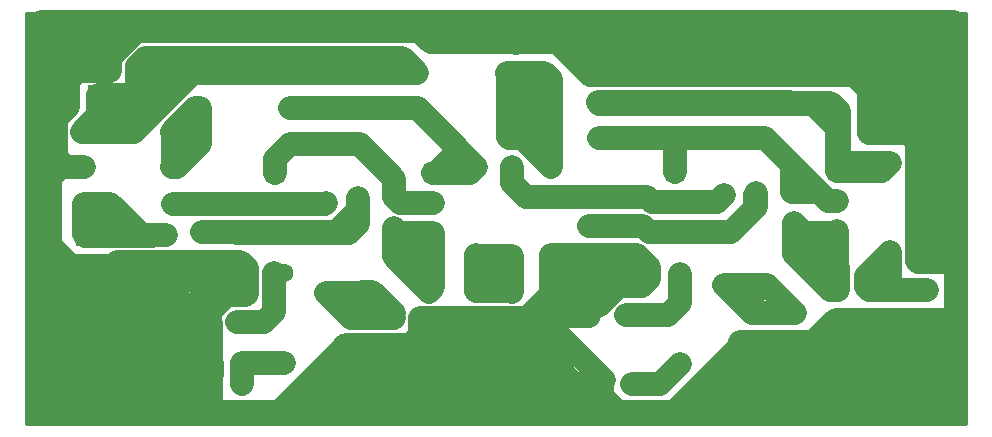
<source format=gbr>
%TF.GenerationSoftware,KiCad,Pcbnew,5.1.12*%
%TF.CreationDate,2021-12-29T22:32:17+01:00*%
%TF.ProjectId,Amplifier,416d706c-6966-4696-9572-2e6b69636164,rev?*%
%TF.SameCoordinates,Original*%
%TF.FileFunction,Copper,L2,Bot*%
%TF.FilePolarity,Positive*%
%FSLAX46Y46*%
G04 Gerber Fmt 4.6, Leading zero omitted, Abs format (unit mm)*
G04 Created by KiCad (PCBNEW 5.1.12) date 2021-12-29 22:32:17*
%MOMM*%
%LPD*%
G01*
G04 APERTURE LIST*
%TA.AperFunction,NonConductor*%
%ADD10C,0.300000*%
%TD*%
%TA.AperFunction,ComponentPad*%
%ADD11C,1.440000*%
%TD*%
%TA.AperFunction,ComponentPad*%
%ADD12C,1.500000*%
%TD*%
%TA.AperFunction,ComponentPad*%
%ADD13R,1.500000X1.500000*%
%TD*%
%TA.AperFunction,ComponentPad*%
%ADD14O,1.600000X1.600000*%
%TD*%
%TA.AperFunction,ComponentPad*%
%ADD15C,1.600000*%
%TD*%
%TA.AperFunction,ComponentPad*%
%ADD16R,1.700000X1.700000*%
%TD*%
%TA.AperFunction,ComponentPad*%
%ADD17O,1.700000X1.700000*%
%TD*%
%TA.AperFunction,Conductor*%
%ADD18C,2.000000*%
%TD*%
%TA.AperFunction,Conductor*%
%ADD19C,0.254000*%
%TD*%
%TA.AperFunction,Conductor*%
%ADD20C,0.400000*%
%TD*%
G04 APERTURE END LIST*
D10*
X101917428Y-47859142D02*
X100774571Y-47859142D01*
X101346000Y-48430571D02*
X101346000Y-47287714D01*
X105727428Y-48113142D02*
X104584571Y-48113142D01*
X105156000Y-48684571D02*
X105156000Y-47541714D01*
D11*
%TO.P,R7,3*%
%TO.N,Net-(R6-Pad2)*%
X117080000Y-75000000D03*
%TO.P,R7,2*%
%TO.N,GND*%
X114540000Y-75000000D03*
%TO.P,R7,1*%
X112000000Y-75000000D03*
%TD*%
D12*
%TO.P,Q3,2*%
%TO.N,Net-(C9-Pad1)*%
X153746200Y-59579000D03*
%TO.P,Q3,3*%
%TO.N,Net-(C10-Pad1)*%
X153746200Y-62119000D03*
D13*
%TO.P,Q3,1*%
%TO.N,Net-(C11-Pad2)*%
X153746200Y-57039000D03*
%TD*%
D12*
%TO.P,Q2,2*%
%TO.N,Net-(C5-Pad2)*%
X133261100Y-59642500D03*
%TO.P,Q2,3*%
%TO.N,Net-(C6-Pad1)*%
X133261100Y-62182500D03*
D13*
%TO.P,Q2,1*%
%TO.N,Net-(C5-Pad1)*%
X133261100Y-57102500D03*
%TD*%
D14*
%TO.P,R16,2*%
%TO.N,Net-(C10-Pad1)*%
X160591500Y-58817000D03*
D15*
%TO.P,R16,1*%
%TO.N,Net-(C11-Pad1)*%
X160591500Y-51197000D03*
%TD*%
%TO.P,R15,1*%
%TO.N,Net-(R15-Pad1)*%
X157861000Y-66627500D03*
D14*
%TO.P,R15,2*%
%TO.N,Net-(C9-Pad1)*%
X157861000Y-59007500D03*
%TD*%
D13*
%TO.P,Q1,1*%
%TO.N,Net-(C5-Pad2)*%
X119888000Y-57115200D03*
D12*
%TO.P,Q1,3*%
%TO.N,Net-(C4-Pad1)*%
X119888000Y-62195200D03*
%TO.P,Q1,2*%
%TO.N,Net-(C3-Pad1)*%
X119888000Y-59655200D03*
%TD*%
D15*
%TO.P,R5,1*%
%TO.N,Net-(C5-Pad1)*%
X126847600Y-51628800D03*
D14*
%TO.P,R5,2*%
%TO.N,Net-(C4-Pad1)*%
X126847600Y-59248800D03*
%TD*%
%TO.P,C5,2*%
%TO.N,Net-(C5-Pad2)*%
X129946400Y-59128800D03*
D15*
%TO.P,C5,1*%
%TO.N,Net-(C5-Pad1)*%
X129946400Y-51628800D03*
%TD*%
%TO.P,R3,1*%
%TO.N,Net-(C4-Pad1)*%
X113639600Y-62144400D03*
D14*
%TO.P,R3,2*%
%TO.N,GND*%
X113639600Y-69764400D03*
%TD*%
D15*
%TO.P,R8,1*%
%TO.N,Net-(J3-Pad1)*%
X103479600Y-53610000D03*
D14*
%TO.P,R8,2*%
%TO.N,Net-(C1-Pad1)*%
X111099600Y-53610000D03*
%TD*%
%TO.P,R6,2*%
%TO.N,Net-(R6-Pad2)*%
X120650000Y-73168000D03*
D15*
%TO.P,R6,1*%
%TO.N,Net-(C4-Pad2)*%
X120650000Y-65548000D03*
%TD*%
D14*
%TO.P,R17,2*%
%TO.N,Net-(R17-Pad2)*%
X154178000Y-73295000D03*
D15*
%TO.P,R17,1*%
%TO.N,Net-(C10-Pad2)*%
X154178000Y-65675000D03*
%TD*%
%TO.P,C7,1*%
%TO.N,Net-(C7-Pad1)*%
X136906000Y-64074800D03*
D14*
%TO.P,C7,2*%
%TO.N,Net-(C5-Pad1)*%
X136906000Y-56574800D03*
%TD*%
%TO.P,C3,2*%
%TO.N,Net-(C2-Pad1)*%
X103701200Y-59756800D03*
D15*
%TO.P,C3,1*%
%TO.N,Net-(C3-Pad1)*%
X111201200Y-59756800D03*
%TD*%
%TO.P,C1,1*%
%TO.N,Net-(C1-Pad1)*%
X111150400Y-56607200D03*
D14*
%TO.P,C1,2*%
%TO.N,GND*%
X103650400Y-56607200D03*
%TD*%
D15*
%TO.P,C4,1*%
%TO.N,Net-(C4-Pad1)*%
X116636800Y-62195200D03*
D14*
%TO.P,C4,2*%
%TO.N,Net-(C4-Pad2)*%
X116636800Y-69695200D03*
%TD*%
%TO.P,C6,2*%
%TO.N,GND*%
X132892800Y-74673600D03*
D15*
%TO.P,C6,1*%
%TO.N,Net-(C6-Pad1)*%
X132892800Y-67173600D03*
%TD*%
%TO.P,C2,1*%
%TO.N,Net-(C2-Pad1)*%
X110642400Y-62398400D03*
D14*
%TO.P,C2,2*%
%TO.N,GND*%
X110642400Y-69898400D03*
%TD*%
%TO.P,R9,2*%
%TO.N,Net-(C5-Pad1)*%
X121107200Y-51628800D03*
D15*
%TO.P,R9,1*%
%TO.N,Net-(C1-Pad1)*%
X113487200Y-51628800D03*
%TD*%
D14*
%TO.P,R2,2*%
%TO.N,Net-(C5-Pad2)*%
X121107200Y-54676800D03*
D15*
%TO.P,R2,1*%
%TO.N,Net-(C1-Pad1)*%
X113487200Y-54676800D03*
%TD*%
%TO.P,R10,1*%
%TO.N,Net-(C6-Pad1)*%
X129895600Y-61738000D03*
D14*
%TO.P,R10,2*%
%TO.N,Net-(R10-Pad2)*%
X129895600Y-69358000D03*
%TD*%
D15*
%TO.P,R4,1*%
%TO.N,Net-(R10-Pad2)*%
X124206000Y-67275200D03*
D14*
%TO.P,R4,2*%
%TO.N,Net-(C3-Pad1)*%
X124206000Y-59655200D03*
%TD*%
%TO.P,R12,2*%
%TO.N,GND*%
X136906000Y-74692000D03*
D15*
%TO.P,R12,1*%
%TO.N,Net-(C7-Pad1)*%
X136906000Y-67072000D03*
%TD*%
%TO.P,R1,1*%
%TO.N,Net-(C2-Pad1)*%
X107543600Y-62347600D03*
D14*
%TO.P,R1,2*%
%TO.N,GND*%
X107543600Y-69967600D03*
%TD*%
%TO.P,R11,2*%
%TO.N,GND*%
X127203200Y-74793600D03*
D15*
%TO.P,R11,1*%
%TO.N,Net-(R10-Pad2)*%
X127203200Y-67173600D03*
%TD*%
D14*
%TO.P,C13,2*%
%TO.N,Net-(C11-Pad1)*%
X171958000Y-56277000D03*
D15*
%TO.P,C13,1*%
%TO.N,Net-(C13-Pad1)*%
X171958000Y-63777000D03*
%TD*%
%TO.P,C9,1*%
%TO.N,Net-(C9-Pad1)*%
X139903200Y-56625600D03*
D14*
%TO.P,C9,2*%
%TO.N,Net-(C7-Pad1)*%
X139903200Y-64125600D03*
%TD*%
D15*
%TO.P,C10,1*%
%TO.N,Net-(C10-Pad1)*%
X149606000Y-61667500D03*
D14*
%TO.P,C10,2*%
%TO.N,Net-(C10-Pad2)*%
X149606000Y-69167500D03*
%TD*%
D15*
%TO.P,C12,1*%
%TO.N,Net-(C12-Pad1)*%
X166878000Y-66802000D03*
D14*
%TO.P,C12,2*%
%TO.N,GND*%
X166878000Y-74302000D03*
%TD*%
D15*
%TO.P,C14,1*%
%TO.N,Net-(C14-Pad1)*%
X143205200Y-56574800D03*
D14*
%TO.P,C14,2*%
%TO.N,GND*%
X143205200Y-64074800D03*
%TD*%
%TO.P,C8,2*%
%TO.N,GND*%
X139954000Y-74673600D03*
D15*
%TO.P,C8,1*%
%TO.N,Net-(C7-Pad1)*%
X139954000Y-67173600D03*
%TD*%
%TO.P,R19,1*%
%TO.N,Net-(J3-Pad1)*%
X131876800Y-48631600D03*
D14*
%TO.P,R19,2*%
%TO.N,Net-(C14-Pad1)*%
X139496800Y-48631600D03*
%TD*%
D15*
%TO.P,R20,1*%
%TO.N,Net-(C14-Pad1)*%
X139547600Y-51120800D03*
D14*
%TO.P,R20,2*%
%TO.N,Net-(C11-Pad1)*%
X147167600Y-51120800D03*
%TD*%
%TO.P,R13,2*%
%TO.N,Net-(C11-Pad2)*%
X147269200Y-54168800D03*
D15*
%TO.P,R13,1*%
%TO.N,Net-(C14-Pad1)*%
X139649200Y-54168800D03*
%TD*%
%TO.P,R14,1*%
%TO.N,Net-(C10-Pad1)*%
X146431000Y-61611000D03*
D14*
%TO.P,R14,2*%
%TO.N,GND*%
X146431000Y-69231000D03*
%TD*%
D16*
%TO.P,J1,1*%
%TO.N,Net-(C2-Pad1)*%
X103886000Y-62449200D03*
D17*
%TO.P,J1,2*%
%TO.N,GND*%
X103886000Y-64989200D03*
%TD*%
%TO.P,J3,2*%
%TO.N,GND*%
X102362000Y-50546000D03*
D16*
%TO.P,J3,1*%
%TO.N,Net-(J3-Pad1)*%
X104902000Y-50546000D03*
%TD*%
D15*
%TO.P,C11,1*%
%TO.N,Net-(C11-Pad1)*%
X163639500Y-51260500D03*
D14*
%TO.P,C11,2*%
%TO.N,Net-(C11-Pad2)*%
X163639500Y-58760500D03*
%TD*%
D12*
%TO.P,Q4,2*%
%TO.N,Net-(C11-Pad2)*%
X167449500Y-59502800D03*
%TO.P,Q4,3*%
%TO.N,Net-(C12-Pad1)*%
X167449500Y-62042800D03*
D13*
%TO.P,Q4,1*%
%TO.N,Net-(C11-Pad1)*%
X167449500Y-56962800D03*
%TD*%
D15*
%TO.P,R22,1*%
%TO.N,Net-(R15-Pad1)*%
X160845500Y-67008500D03*
D14*
%TO.P,R22,2*%
%TO.N,GND*%
X160845500Y-74628500D03*
%TD*%
D15*
%TO.P,R23,1*%
%TO.N,Net-(C13-Pad1)*%
X169926000Y-66802000D03*
D14*
%TO.P,R23,2*%
%TO.N,GND*%
X169926000Y-74422000D03*
%TD*%
D16*
%TO.P,J2,1*%
%TO.N,GND*%
X175006000Y-64516000D03*
D17*
%TO.P,J2,2*%
%TO.N,Net-(C13-Pad1)*%
X175006000Y-67056000D03*
%TD*%
D15*
%TO.P,R21,1*%
%TO.N,Net-(C12-Pad1)*%
X163830000Y-61357000D03*
D14*
%TO.P,R21,2*%
%TO.N,Net-(R15-Pad1)*%
X163830000Y-68977000D03*
%TD*%
D11*
%TO.P,R18,1*%
%TO.N,GND*%
X145000000Y-75000000D03*
%TO.P,R18,2*%
X147540000Y-75000000D03*
%TO.P,R18,3*%
%TO.N,Net-(R17-Pad2)*%
X150080000Y-75000000D03*
%TD*%
D18*
%TO.N,Net-(C1-Pad1)*%
X111201200Y-56556400D02*
X111150400Y-56607200D01*
X111556800Y-56607200D02*
X113487200Y-54676800D01*
X111150400Y-56607200D02*
X111556800Y-56607200D01*
X113487200Y-51628800D02*
X113487200Y-54676800D01*
X112420400Y-53610000D02*
X113487200Y-54676800D01*
X113080800Y-51628800D02*
X111099600Y-53610000D01*
X111099600Y-53610000D02*
X112420400Y-53610000D01*
X113487200Y-51628800D02*
X113080800Y-51628800D01*
X111201200Y-53610000D02*
X111201200Y-56556400D01*
%TO.N,Net-(C4-Pad2)*%
X118941200Y-69695200D02*
X119735600Y-68900800D01*
X119735600Y-68900800D02*
X119735600Y-65598800D01*
X116636800Y-69695200D02*
X118941200Y-69695200D01*
%TO.N,Net-(C5-Pad1)*%
X121107200Y-51628800D02*
X124307600Y-51628800D01*
X124307600Y-51628800D02*
X126847600Y-51628800D01*
X136378300Y-57102500D02*
X136906000Y-56574800D01*
X131686300Y-51628800D02*
X126847600Y-51628800D01*
X133261100Y-57102500D02*
X134962900Y-57102500D01*
X134962900Y-57102500D02*
X136378300Y-57102500D01*
X131960000Y-51628800D02*
X131686300Y-51628800D01*
X133261100Y-57102500D02*
X133502400Y-57102500D01*
X133502400Y-57102500D02*
X135468050Y-55136850D01*
X136906000Y-56574800D02*
X135468050Y-55136850D01*
X135468050Y-55136850D02*
X131960000Y-51628800D01*
%TO.N,Net-(C6-Pad1)*%
X132892800Y-64735200D02*
X132892800Y-65090800D01*
X129895600Y-61738000D02*
X132892800Y-64735200D01*
X132892800Y-67173600D02*
X132892800Y-65090800D01*
X132892800Y-65090800D02*
X132892800Y-62246000D01*
X129895600Y-61738000D02*
X129895600Y-64176400D01*
X129895600Y-64176400D02*
X130848100Y-65128900D01*
X132892800Y-67173600D02*
X130848100Y-65128900D01*
X130340100Y-62182500D02*
X129895600Y-61738000D01*
X133261100Y-62182500D02*
X130340100Y-62182500D01*
X133261100Y-66805300D02*
X132892800Y-67173600D01*
X133261100Y-62182500D02*
X133261100Y-66805300D01*
%TO.N,Net-(C2-Pad1)*%
X106781600Y-61585600D02*
X107543600Y-62347600D01*
X107632716Y-62347600D02*
X107683516Y-62398400D01*
X107543600Y-62347600D02*
X107632716Y-62347600D01*
X109511030Y-62398400D02*
X110642400Y-62398400D01*
X107683516Y-62398400D02*
X109511030Y-62398400D01*
X104178316Y-62449200D02*
X105079915Y-61547601D01*
X104178316Y-62449200D02*
X103886000Y-62449200D01*
X106743601Y-61547601D02*
X107543600Y-62347600D01*
X105079915Y-61547601D02*
X106743601Y-61547601D01*
X109460230Y-62449200D02*
X109511030Y-62398400D01*
X103886000Y-62449200D02*
X109460230Y-62449200D01*
X103784400Y-62347600D02*
X103701200Y-62264400D01*
X107543600Y-62347600D02*
X103784400Y-62347600D01*
X103886000Y-62449200D02*
X103809800Y-62449200D01*
X103809800Y-62449200D02*
X103860600Y-62398400D01*
X107594400Y-62398400D02*
X106781600Y-61585600D01*
X110642400Y-62398400D02*
X107594400Y-62398400D01*
X103860600Y-62398400D02*
X104419400Y-62398400D01*
X104419400Y-62398400D02*
X110642400Y-62398400D01*
X103701200Y-62264400D02*
X103886000Y-62449200D01*
X103701200Y-59756800D02*
X103701200Y-62264400D01*
X106292000Y-62347600D02*
X103701200Y-59756800D01*
X107543600Y-62347600D02*
X106292000Y-62347600D01*
X110642400Y-62398400D02*
X108559600Y-62398400D01*
X105918000Y-59756800D02*
X103701200Y-59756800D01*
X108559600Y-62398400D02*
X105918000Y-59756800D01*
%TO.N,Net-(C14-Pad1)*%
X139547600Y-54067200D02*
X139649200Y-54168800D01*
X139547600Y-51120800D02*
X139547600Y-54067200D01*
X139547600Y-48682400D02*
X139496800Y-48631600D01*
X139547600Y-51120800D02*
X139547600Y-48682400D01*
X140843000Y-52416200D02*
X139547600Y-51120800D01*
X143205200Y-52416200D02*
X140843000Y-52416200D01*
X143205200Y-56574800D02*
X143205200Y-52416200D01*
X143205200Y-49177700D02*
X143205200Y-52416200D01*
X142659100Y-48631600D02*
X143205200Y-49177700D01*
X141439900Y-54809500D02*
X141494200Y-54863800D01*
X139496800Y-48631600D02*
X141439900Y-48631600D01*
X143205200Y-56574800D02*
X141494200Y-54863800D01*
X141494200Y-54863800D02*
X140799200Y-54168800D01*
X141439900Y-48631600D02*
X141439900Y-54809500D01*
X141439900Y-48631600D02*
X142659100Y-48631600D01*
X140799200Y-54168800D02*
X139649200Y-54168800D01*
X143205200Y-56574800D02*
X140799200Y-54168800D01*
%TO.N,Net-(C7-Pad1)*%
X136956800Y-64125600D02*
X136906000Y-64074800D01*
X139903200Y-64125600D02*
X136956800Y-64125600D01*
X139852400Y-67072000D02*
X139954000Y-67173600D01*
X136906000Y-67072000D02*
X139852400Y-67072000D01*
X139903200Y-67122800D02*
X139954000Y-67173600D01*
X139903200Y-64125600D02*
X139903200Y-67122800D01*
X137363200Y-64582800D02*
X136906000Y-64582800D01*
X136906000Y-67072000D02*
X136906000Y-64582800D01*
X139954000Y-67173600D02*
X137363200Y-64582800D01*
X136906000Y-64582800D02*
X136906000Y-64074800D01*
%TO.N,Net-(C9-Pad1)*%
X157289500Y-59579000D02*
X157861000Y-59007500D01*
X153746200Y-59579000D02*
X157289500Y-59579000D01*
X153746200Y-59579000D02*
X151777700Y-59579000D01*
X151777700Y-59579000D02*
X151384000Y-59185300D01*
X139903200Y-56625600D02*
X139903200Y-57953400D01*
X139903200Y-57953400D02*
X141135100Y-59185300D01*
X151384000Y-59185300D02*
X141135100Y-59185300D01*
%TO.N,Net-(C10-Pad1)*%
X160528000Y-60075370D02*
X159055870Y-61547500D01*
X160528000Y-58944000D02*
X160528000Y-60075370D01*
X158484370Y-62119000D02*
X159055870Y-61547500D01*
X153746200Y-62119000D02*
X158484370Y-62119000D01*
X146431000Y-61611000D02*
X150977600Y-61611000D01*
X151485600Y-62119000D02*
X150977600Y-61611000D01*
X153746200Y-62119000D02*
X151485600Y-62119000D01*
X160591500Y-60011870D02*
X158484370Y-62119000D01*
X160591500Y-58817000D02*
X160591500Y-60011870D01*
%TO.N,Net-(C10-Pad2)*%
X154178000Y-65675000D02*
X154178000Y-66806370D01*
X149606000Y-69167500D02*
X153098500Y-69167500D01*
X154178000Y-68088000D02*
X154178000Y-66806370D01*
X153098500Y-69167500D02*
X154178000Y-68088000D01*
%TO.N,Net-(C11-Pad1)*%
X147167600Y-51120800D02*
X160324800Y-51120800D01*
X163499800Y-51120800D02*
X163639500Y-51260500D01*
X167640000Y-56277000D02*
X167576500Y-56213500D01*
X171958000Y-56277000D02*
X167640000Y-56277000D01*
X147167600Y-51120800D02*
X162547300Y-51120800D01*
X162547300Y-51120800D02*
X163499800Y-51120800D01*
X167576500Y-51832000D02*
X167576500Y-54816500D01*
X167005000Y-51260500D02*
X167576500Y-51832000D01*
X163639500Y-51260500D02*
X167005000Y-51260500D01*
X167576500Y-56213500D02*
X167576500Y-54816500D01*
X167576500Y-54816500D02*
X167576500Y-51959000D01*
X147307300Y-51260500D02*
X147167600Y-51120800D01*
X163639500Y-51260500D02*
X147307300Y-51260500D01*
X166814500Y-51197000D02*
X167576500Y-51959000D01*
X171272200Y-56962800D02*
X171958000Y-56277000D01*
X167449500Y-56962800D02*
X171272200Y-56962800D01*
X167449500Y-56962800D02*
X167449500Y-53292500D01*
X167449500Y-53292500D02*
X165354000Y-51197000D01*
X160591500Y-51197000D02*
X165354000Y-51197000D01*
X165354000Y-51197000D02*
X166814500Y-51197000D01*
%TO.N,Net-(C12-Pad1)*%
X167513000Y-67008500D02*
X167513000Y-65040000D01*
X167513000Y-65040000D02*
X165671500Y-63198500D01*
X165671500Y-63198500D02*
X163830000Y-61357000D01*
X163830000Y-61357000D02*
X163830000Y-63960500D01*
X166878000Y-67008500D02*
X167513000Y-67008500D01*
X163830000Y-63960500D02*
X166878000Y-67008500D01*
X167449500Y-66945000D02*
X167513000Y-67008500D01*
X167449500Y-62042800D02*
X167449500Y-66945000D01*
X166293800Y-63198500D02*
X165671500Y-63198500D01*
X167449500Y-62042800D02*
X166293800Y-63198500D01*
X167335301Y-62156999D02*
X167449500Y-62042800D01*
X164629999Y-62156999D02*
X167335301Y-62156999D01*
X163830000Y-61357000D02*
X164629999Y-62156999D01*
%TO.N,Net-(R10-Pad2)*%
X128066800Y-67173600D02*
X129895600Y-69002400D01*
X127203200Y-67173600D02*
X128066800Y-67173600D01*
X129387600Y-69358000D02*
X127203200Y-67173600D01*
X129895600Y-69358000D02*
X129387600Y-69358000D01*
X127101600Y-67275200D02*
X127203200Y-67173600D01*
X127209453Y-67410391D02*
X126233491Y-67410391D01*
X126098300Y-67275200D02*
X127101600Y-67275200D01*
X126233491Y-67410391D02*
X126098300Y-67275200D01*
X124206000Y-67275200D02*
X126098300Y-67275200D01*
X124206000Y-67275200D02*
X125425200Y-67275200D01*
X129157062Y-69358000D02*
X129895600Y-69358000D01*
X127209453Y-67410391D02*
X129157062Y-69358000D01*
X125560390Y-67410390D02*
X127209453Y-67410391D01*
X125425200Y-67275200D02*
X125560390Y-67410390D01*
X129895600Y-69358000D02*
X126288800Y-69358000D01*
X126288800Y-69358000D02*
X124206000Y-67275200D01*
%TO.N,GND*%
X132772800Y-74793600D02*
X132892800Y-74673600D01*
X127203200Y-74793600D02*
X132772800Y-74793600D01*
X127323200Y-74673600D02*
X127203200Y-74793600D01*
X139954000Y-74673600D02*
X127323200Y-74673600D01*
X142664800Y-74673600D02*
X139954000Y-74673600D01*
X143205200Y-74133200D02*
X142664800Y-74673600D01*
X127203200Y-75793600D02*
X126187200Y-76809600D01*
X113436400Y-69967600D02*
X113639600Y-69764400D01*
X111912400Y-76809600D02*
X109321600Y-74218800D01*
X109321600Y-73218800D02*
X109321600Y-70424800D01*
X109321600Y-70424800D02*
X108864400Y-69967600D01*
X108864400Y-69967600D02*
X113436400Y-69967600D01*
X107543600Y-69967600D02*
X108864400Y-69967600D01*
X114300000Y-76809600D02*
X111912400Y-76809600D01*
X103650400Y-56607200D02*
X100838000Y-56607200D01*
X132791200Y-70221600D02*
X133807200Y-70221600D01*
X134315200Y-69713600D02*
X133807200Y-70221600D01*
X143205200Y-74133200D02*
X143205200Y-74082400D01*
X171043600Y-76809600D02*
X170535600Y-76809600D01*
X171043600Y-76809600D02*
X167894000Y-76809600D01*
X167894000Y-76809600D02*
X165150800Y-76809600D01*
X162661600Y-76809600D02*
X160070800Y-76809600D01*
X165150800Y-76809600D02*
X162661600Y-76809600D01*
X100838000Y-56607200D02*
X100838000Y-57267600D01*
X101330390Y-55810010D02*
X100838000Y-56302400D01*
X100838000Y-56302400D02*
X100838000Y-56607200D01*
X100888800Y-76809600D02*
X103276400Y-76809600D01*
X100838000Y-76758800D02*
X100888800Y-76809600D01*
X103886000Y-64989200D02*
X104749600Y-64989200D01*
X113639600Y-69764400D02*
X113639600Y-69358000D01*
X113639600Y-69358000D02*
X115570000Y-67427600D01*
X115570000Y-67427600D02*
X115570000Y-66868800D01*
X115570000Y-66868800D02*
X116078000Y-66360800D01*
X116078000Y-66360800D02*
X113131600Y-66360800D01*
X113131600Y-66360800D02*
X112979200Y-66208400D01*
X104800400Y-66208400D02*
X103886000Y-65294000D01*
X103886000Y-65294000D02*
X103886000Y-64989200D01*
X113639600Y-66868800D02*
X112979200Y-66208400D01*
X113639600Y-69358000D02*
X113639600Y-66868800D01*
X113639600Y-69764400D02*
X111099600Y-67224400D01*
X112979200Y-66208400D02*
X111099600Y-66208400D01*
X111099600Y-67224400D02*
X111099600Y-66208400D01*
X110642400Y-69898400D02*
X110642400Y-68494400D01*
X111099600Y-66208400D02*
X108356400Y-66208400D01*
X110642400Y-68494400D02*
X108356400Y-66208400D01*
X110642400Y-69898400D02*
X106952400Y-66208400D01*
X108356400Y-66208400D02*
X106172000Y-66208400D01*
X106952400Y-66208400D02*
X106172000Y-66208400D01*
X106172000Y-66208400D02*
X104800400Y-66208400D01*
X107543600Y-67580000D02*
X106172000Y-66208400D01*
X107543600Y-69967600D02*
X107543600Y-67580000D01*
X107543600Y-69967600D02*
X105714800Y-69967600D01*
X103886000Y-68138800D02*
X103886000Y-65294000D01*
X106952400Y-66291600D02*
X104495600Y-68748400D01*
X106952400Y-66208400D02*
X106952400Y-66291600D01*
X105714800Y-69967600D02*
X104495600Y-68748400D01*
X104495600Y-68748400D02*
X103886000Y-68138800D01*
X107543600Y-68138800D02*
X105714800Y-69967600D01*
X107543600Y-67580000D02*
X107543600Y-68138800D01*
X101701600Y-64989200D02*
X100838000Y-64125600D01*
X100838000Y-57267600D02*
X100838000Y-64125600D01*
X103886000Y-64989200D02*
X101701600Y-64989200D01*
X101361610Y-64649210D02*
X100838000Y-64125600D01*
X101752400Y-67122800D02*
X100838000Y-67122800D01*
X103886000Y-64989200D02*
X101752400Y-67122800D01*
X100838000Y-64125600D02*
X100838000Y-67122800D01*
X104444800Y-66208400D02*
X100838000Y-69815200D01*
X104800400Y-66208400D02*
X104444800Y-66208400D01*
X100838000Y-67122800D02*
X100838000Y-69815200D01*
X104495600Y-68748400D02*
X104241600Y-68748400D01*
X100838000Y-69815200D02*
X100838000Y-72152000D01*
X104800400Y-69967600D02*
X100838000Y-73930000D01*
X100838000Y-72152000D02*
X100838000Y-73930000D01*
X105714800Y-69967600D02*
X104800400Y-69967600D01*
X100838000Y-74930000D02*
X100838000Y-76758800D01*
X100838000Y-76758800D02*
X100838000Y-75844400D01*
X100838000Y-76758800D02*
X102260400Y-76758800D01*
X107543600Y-70475600D02*
X107543600Y-69967600D01*
X105359200Y-72660000D02*
X106629200Y-71390000D01*
X102260400Y-76758800D02*
X106629200Y-72390000D01*
X103276400Y-76809600D02*
X105359200Y-76809600D01*
X106629200Y-71390000D02*
X107543600Y-70475600D01*
X107289600Y-71542400D02*
X105714800Y-69967600D01*
X107289600Y-76809600D02*
X107289600Y-72542400D01*
X105359200Y-76809600D02*
X107289600Y-76809600D01*
X109016800Y-76809600D02*
X109016800Y-72440800D01*
X107289600Y-76809600D02*
X109016800Y-76809600D01*
X109016800Y-76809600D02*
X114300000Y-76809600D01*
X114436790Y-68967210D02*
X113639600Y-69764400D01*
X114436790Y-68783927D02*
X114436790Y-68967210D01*
X115570000Y-67650717D02*
X114436790Y-68783927D01*
X115570000Y-67427600D02*
X115570000Y-67650717D01*
X114436790Y-76672810D02*
X114300000Y-76809600D01*
X114436790Y-69783927D02*
X114436790Y-76672810D01*
X114436790Y-76672810D02*
X114436790Y-74692790D01*
X111912400Y-71491600D02*
X113639600Y-69764400D01*
X111912400Y-76809600D02*
X111912400Y-72491600D01*
X114436790Y-76672810D02*
X113248810Y-76672810D01*
X113248810Y-76672810D02*
X108407200Y-71831200D01*
X109016800Y-71440800D02*
X108407200Y-70831200D01*
X108407200Y-70831200D02*
X107543600Y-69967600D01*
X111048800Y-71491600D02*
X111912400Y-71491600D01*
X109321600Y-73218800D02*
X111048800Y-71491600D01*
X113248810Y-72695190D02*
X113344000Y-72600000D01*
X114436790Y-73692790D02*
X113344000Y-72600000D01*
X113248810Y-76672810D02*
X113248810Y-73695190D01*
X113344000Y-72600000D02*
X110642400Y-69898400D01*
X100838000Y-63261202D02*
X103785198Y-66208400D01*
X103785198Y-66208400D02*
X106952400Y-66208400D01*
X100838000Y-45961516D02*
X100838000Y-64261202D01*
X132791200Y-70221600D02*
X132689600Y-70221600D01*
X132689600Y-70221600D02*
X131267200Y-71644000D01*
X128323927Y-72307527D02*
X129463800Y-73447400D01*
X131267200Y-71644000D02*
X129463800Y-73447400D01*
X129463800Y-73447400D02*
X131140200Y-73447400D01*
X143205200Y-69713600D02*
X143205200Y-70170800D01*
X141046200Y-73447400D02*
X143205200Y-71288400D01*
X143205200Y-70170800D02*
X143205200Y-71288400D01*
X135204200Y-73447400D02*
X135763000Y-73447400D01*
X135204200Y-73447400D02*
X141046200Y-73447400D01*
X143205200Y-69713600D02*
X139496800Y-69713600D01*
X133477000Y-73447400D02*
X133680200Y-73447400D01*
X131140200Y-73447400D02*
X133477000Y-73447400D01*
X137414000Y-69713600D02*
X134315200Y-69713600D01*
X139496800Y-69713600D02*
X137414000Y-69713600D01*
X133477000Y-73447400D02*
X135204200Y-73447400D01*
X131140200Y-73447400D02*
X131140200Y-72888600D01*
X136042400Y-71085200D02*
X132943600Y-71085200D01*
X133680200Y-73447400D02*
X136042400Y-71085200D01*
X132943600Y-71085200D02*
X131876800Y-72152000D01*
X131140200Y-72888600D02*
X131876800Y-72152000D01*
X136042400Y-71085200D02*
X137414000Y-69713600D01*
X133172200Y-73447400D02*
X131876800Y-72152000D01*
X133680200Y-73447400D02*
X133172200Y-73447400D01*
X133680200Y-71821800D02*
X132943600Y-71085200D01*
X133680200Y-73447400D02*
X133680200Y-71821800D01*
X131876800Y-72152000D02*
X133248400Y-70780400D01*
X133248400Y-70780400D02*
X133807200Y-70221600D01*
X134315200Y-69713600D02*
X134721600Y-69713600D01*
X133197600Y-69713600D02*
X132689600Y-70221600D01*
X134721600Y-69713600D02*
X133197600Y-69713600D01*
X134721600Y-69713600D02*
X140157200Y-69713600D01*
X140497192Y-69373608D02*
X140157200Y-69713600D01*
X140865274Y-69373608D02*
X140497192Y-69373608D01*
X139836792Y-69373608D02*
X138074400Y-71136000D01*
X140865274Y-69373608D02*
X139836792Y-69373608D01*
X138074400Y-71136000D02*
X139496800Y-69713600D01*
X135763000Y-73447400D02*
X138074400Y-71136000D01*
X140865274Y-69373608D02*
X133804075Y-69373608D01*
X133804075Y-69373608D02*
X131533683Y-71644000D01*
X133804075Y-69373608D02*
X133804073Y-69373610D01*
X133804073Y-69373610D02*
X132095610Y-69373610D01*
X132095610Y-70815590D02*
X131267200Y-71644000D01*
X132095610Y-69373610D02*
X132095610Y-70815590D01*
X101835999Y-64259201D02*
X102075999Y-64499201D01*
X100838000Y-47221684D02*
X102469842Y-45589842D01*
X102451116Y-44348400D02*
X100838000Y-45961516D01*
X160883600Y-44348400D02*
X163372800Y-44348400D01*
X160883600Y-44348400D02*
X159004000Y-44348400D01*
X159004000Y-44348400D02*
X152755600Y-44348400D01*
X160883600Y-44348400D02*
X161239200Y-44704000D01*
X161239200Y-44704000D02*
X171043600Y-44704000D01*
X170688000Y-44348400D02*
X171043600Y-44704000D01*
X164592000Y-44348400D02*
X167487600Y-44348400D01*
X145338800Y-44348400D02*
X164592000Y-44348400D01*
X166979600Y-44348400D02*
X166979600Y-45720000D01*
X164592000Y-44348400D02*
X166979600Y-44348400D01*
X171043600Y-76301600D02*
X170535600Y-76809600D01*
X145338800Y-44348400D02*
X140411200Y-44348400D01*
X140411200Y-44348400D02*
X102451116Y-44348400D01*
X141198600Y-45135800D02*
X140411200Y-44348400D01*
X146507200Y-44348400D02*
X145338800Y-44348400D01*
X152755600Y-44348400D02*
X146507200Y-44348400D01*
X102451116Y-44348400D02*
X100076000Y-44348400D01*
X100076000Y-44348400D02*
X99720400Y-44704000D01*
X100279200Y-76809600D02*
X103276400Y-76809600D01*
X99720400Y-77368400D02*
X100279200Y-76809600D01*
X171043600Y-77317600D02*
X171043600Y-76301600D01*
X170992800Y-77368400D02*
X171043600Y-77317600D01*
X140258800Y-46075600D02*
X141198600Y-45135800D01*
X140157200Y-69713600D02*
X141516100Y-69713600D01*
X141516100Y-69713600D02*
X143205200Y-69713600D01*
X141516100Y-70081900D02*
X141516100Y-69713600D01*
X168871900Y-77368400D02*
X170992800Y-77368400D01*
X171958000Y-74628500D02*
X171958000Y-72660000D01*
X172110400Y-77368400D02*
X168871900Y-77368400D01*
X171043600Y-73574400D02*
X173386750Y-71231250D01*
X171043600Y-76301600D02*
X171043600Y-74574400D01*
X171958000Y-72660000D02*
X173386750Y-71231250D01*
X173386750Y-71231250D02*
X175069500Y-69548500D01*
X172707300Y-73409300D02*
X171958000Y-72660000D01*
X175069500Y-73409300D02*
X172707300Y-73409300D01*
X173386750Y-74025250D02*
X173920150Y-74558650D01*
X175069500Y-73409300D02*
X173920150Y-74558650D01*
X173920150Y-75558650D02*
X172110400Y-77368400D01*
X175069500Y-73406000D02*
X175069500Y-76962000D01*
X175069500Y-69548500D02*
X175069500Y-72406000D01*
X175069500Y-72406000D02*
X175069500Y-73409300D01*
X174663100Y-77368400D02*
X172110400Y-77368400D01*
X175641000Y-76962000D02*
X176403000Y-76200000D01*
X175069500Y-76962000D02*
X175641000Y-76962000D01*
X175869600Y-77368400D02*
X174663100Y-77368400D01*
X176276000Y-76962000D02*
X175869600Y-77368400D01*
X176276000Y-76962000D02*
X177546000Y-75692000D01*
X166979600Y-44348400D02*
X169392600Y-44348400D01*
X169392600Y-44348400D02*
X170688000Y-44348400D01*
X175069500Y-76962000D02*
X176276000Y-76962000D01*
X177546000Y-75692000D02*
X177546000Y-77343000D01*
X177520600Y-77368400D02*
X174663100Y-77368400D01*
X177546000Y-77343000D02*
X177520600Y-77368400D01*
X177101500Y-69548500D02*
X177546000Y-69104000D01*
X175069500Y-69548500D02*
X177101500Y-69548500D01*
X175260000Y-69548500D02*
X177546000Y-71834500D01*
X175069500Y-69548500D02*
X175260000Y-69548500D01*
X177546000Y-74692000D02*
X177546000Y-71834500D01*
X177546000Y-71834500D02*
X177546000Y-69104000D01*
X175069500Y-69548500D02*
X175069500Y-72215500D01*
X173870000Y-74508500D02*
X173920150Y-74558650D01*
X167513000Y-74508500D02*
X173870000Y-74508500D01*
X141097000Y-73295000D02*
X139700000Y-71898000D01*
X136906000Y-74692000D02*
X139700000Y-71898000D01*
X143256000Y-73295000D02*
X141097000Y-73295000D01*
X139700000Y-71898000D02*
X141516100Y-70081900D01*
X140258800Y-45075600D02*
X176822100Y-45075600D01*
X176822100Y-45075600D02*
X177546000Y-45799500D01*
X175069500Y-69548500D02*
X167322500Y-69548500D01*
X164655500Y-74628500D02*
X158750000Y-74628500D01*
X166528750Y-71231250D02*
X166084250Y-70786750D01*
X167322500Y-69548500D02*
X166084250Y-70786750D01*
X166084250Y-70786750D02*
X164655500Y-72215500D01*
X170021250Y-72000250D02*
X170021250Y-71231250D01*
X167513000Y-74508500D02*
X170021250Y-72000250D01*
X173386750Y-71231250D02*
X170021250Y-71231250D01*
X170021250Y-71231250D02*
X166528750Y-71231250D01*
X166528750Y-71421750D02*
X166528750Y-71231250D01*
X166528750Y-71421750D02*
X160699450Y-71421750D01*
X167767000Y-72660000D02*
X166624000Y-72660000D01*
X169132250Y-74025250D02*
X167767000Y-72660000D01*
X166624000Y-72660000D02*
X164655500Y-74628500D01*
X167767000Y-72660000D02*
X166528750Y-71421750D01*
X160083500Y-73295000D02*
X159454850Y-72666350D01*
X164655500Y-73295000D02*
X160083500Y-73295000D01*
X164655500Y-72215500D02*
X164655500Y-73295000D01*
X164655500Y-73295000D02*
X164655500Y-74628500D01*
X160699450Y-71421750D02*
X159454850Y-72666350D01*
X159454850Y-72666350D02*
X158375350Y-73745850D01*
X158375350Y-74745850D02*
X156311600Y-76809600D01*
X146431000Y-69231000D02*
X145415000Y-69231000D01*
X147701000Y-74666600D02*
X143205200Y-70170800D01*
X147002500Y-76809600D02*
X143205200Y-73012300D01*
X147167600Y-76809600D02*
X147002500Y-76809600D01*
X143205200Y-71288400D02*
X143205200Y-72012300D01*
X143205200Y-72012300D02*
X143205200Y-74133200D01*
X144310100Y-73117200D02*
X143205200Y-72012300D01*
X144310100Y-76809600D02*
X144310100Y-74117200D01*
X144310100Y-76809600D02*
X147167600Y-76809600D01*
X146431000Y-69231000D02*
X146431000Y-67300600D01*
X143205200Y-70170800D02*
X143205200Y-68773800D01*
X145554700Y-66424300D02*
X143205200Y-64074800D01*
X145415000Y-68342000D02*
X144526000Y-67453000D01*
X145415000Y-69231000D02*
X145415000Y-68342000D01*
X143205200Y-68773800D02*
X144526000Y-67453000D01*
X144526000Y-67453000D02*
X145554700Y-66424300D01*
X147405990Y-68275590D02*
X146431000Y-67300600D01*
X170688000Y-44348400D02*
X177317400Y-44348400D01*
X177546000Y-44577000D02*
X177546000Y-46799500D01*
X177317400Y-44348400D02*
X177546000Y-44577000D01*
X140157200Y-70196200D02*
X140157200Y-69713600D01*
X143256000Y-73295000D02*
X140157200Y-70196200D01*
X143205200Y-64074800D02*
X143205200Y-66892262D01*
X147405990Y-68275590D02*
X148155290Y-67526290D01*
X148155290Y-67526290D02*
X148736580Y-66945000D01*
X145021300Y-64074800D02*
X143205200Y-64074800D01*
X148155290Y-67526290D02*
X148990580Y-66691000D01*
X145859500Y-66691000D02*
X145840450Y-66710050D01*
X146431000Y-67300600D02*
X145840450Y-66710050D01*
X145840450Y-66710050D02*
X145554700Y-66424300D01*
X148990580Y-66691000D02*
X146875500Y-66691000D01*
X146875500Y-66691000D02*
X145859500Y-66691000D01*
X145021300Y-64074800D02*
X148450300Y-64074800D01*
X148450300Y-64074800D02*
X149669500Y-65294000D01*
X146494500Y-65294000D02*
X145986500Y-65802000D01*
X149669500Y-65294000D02*
X146494500Y-65294000D01*
X145986500Y-65802000D02*
X146875500Y-66691000D01*
X125764973Y-72307527D02*
X128323927Y-72307527D01*
X125764973Y-71932973D02*
X125764973Y-72307527D01*
X125764973Y-72307527D02*
X127180493Y-72307527D01*
X126139527Y-72307527D02*
X125764973Y-71932973D01*
X127180493Y-72307527D02*
X126139527Y-72307527D01*
X127180493Y-71775510D02*
X125736446Y-71775510D01*
X127180493Y-72307527D02*
X127180493Y-71775510D01*
X174244000Y-62944500D02*
X174244000Y-54880000D01*
X170116500Y-50117500D02*
X168846500Y-48847500D01*
X168846500Y-48847500D02*
X146558000Y-48847500D01*
X138684000Y-46053500D02*
X137706100Y-45075600D01*
X143764000Y-46053500D02*
X138684000Y-46053500D01*
X137706100Y-45075600D02*
X140258800Y-45075600D01*
X143764000Y-46053500D02*
X177546000Y-46053500D01*
X177546000Y-46053500D02*
X177546000Y-45799500D01*
X177165000Y-47387000D02*
X177546000Y-47006000D01*
X145097500Y-47387000D02*
X177165000Y-47387000D01*
X145097500Y-47387000D02*
X143764000Y-46053500D01*
X146558000Y-48847500D02*
X145097500Y-47387000D01*
X177546000Y-47006000D02*
X177546000Y-46053500D01*
X168846500Y-48847500D02*
X176911000Y-48847500D01*
X176911000Y-48847500D02*
X177546000Y-48212500D01*
X177546000Y-48212500D02*
X177546000Y-47006000D01*
X176911000Y-50117500D02*
X177546000Y-50752500D01*
X170116500Y-50117500D02*
X176911000Y-50117500D01*
X177546000Y-50752500D02*
X177546000Y-48212500D01*
X176593500Y-51451000D02*
X177546000Y-52403500D01*
X170116500Y-51451000D02*
X170116500Y-50117500D01*
X170116500Y-53737000D02*
X170116500Y-51451000D01*
X177546000Y-52403500D02*
X177546000Y-50752500D01*
X174693010Y-54176990D02*
X175260000Y-53610000D01*
X174371000Y-53610000D02*
X172212000Y-51451000D01*
X175260000Y-53610000D02*
X174371000Y-53610000D01*
X170116500Y-51451000D02*
X172212000Y-51451000D01*
X172212000Y-51451000D02*
X176593500Y-51451000D01*
X174307500Y-53737000D02*
X175736250Y-52308250D01*
X175736250Y-52308250D02*
X176593500Y-51451000D01*
X172529500Y-51451000D02*
X174561500Y-53483000D01*
X170116500Y-51451000D02*
X172529500Y-51451000D01*
X173867510Y-54176990D02*
X174561500Y-53483000D01*
X174561500Y-53483000D02*
X175736250Y-52308250D01*
X170307000Y-51451000D02*
X172593000Y-53737000D01*
X170116500Y-51451000D02*
X170307000Y-51451000D01*
X170116500Y-53737000D02*
X172593000Y-53737000D01*
X172593000Y-53737000D02*
X174307500Y-53737000D01*
X177038000Y-53737000D02*
X177546000Y-54245000D01*
X177546000Y-63516000D02*
X177546000Y-54245000D01*
X177546000Y-54245000D02*
X177546000Y-52403500D01*
X177546000Y-61865000D02*
X174307500Y-58626500D01*
X177546000Y-63516000D02*
X177546000Y-61865000D01*
X174307500Y-53737000D02*
X174307500Y-58626500D01*
X175704500Y-62690500D02*
X176530000Y-63516000D01*
X175704500Y-53737000D02*
X175704500Y-62690500D01*
X175704500Y-53737000D02*
X177038000Y-53737000D01*
X177546000Y-63516000D02*
X176530000Y-63516000D01*
X176530000Y-63516000D02*
X174815500Y-63516000D01*
X174307500Y-53737000D02*
X175704500Y-53737000D01*
X174244000Y-62944500D02*
X174815500Y-63516000D01*
X174244000Y-62944500D02*
X174244000Y-64595500D01*
X174244000Y-64595500D02*
X174307500Y-64659000D01*
X176466500Y-64659000D02*
X177546000Y-63579500D01*
X174307500Y-64659000D02*
X176466500Y-64659000D01*
X177546000Y-69104000D02*
X177546000Y-63579500D01*
X177546000Y-63579500D02*
X177546000Y-63516000D01*
X133032500Y-46053500D02*
X132054600Y-45075600D01*
X143764000Y-46053500D02*
X133032500Y-46053500D01*
X132054600Y-45075600D02*
X137706100Y-45075600D01*
X102311200Y-48022000D02*
X99987100Y-50346100D01*
X99720400Y-44704000D02*
X99720400Y-51346100D01*
X99987100Y-50346100D02*
X99720400Y-50346100D01*
X102311200Y-48022000D02*
X102311200Y-46548800D01*
X102311200Y-48022000D02*
X101379590Y-48953610D01*
X102311201Y-48022000D02*
X102311200Y-48022000D01*
X100838000Y-50943000D02*
X100838000Y-49495200D01*
X100838000Y-50943000D02*
X100838000Y-47221684D01*
X103784400Y-45075600D02*
X103989536Y-45075600D01*
X108546900Y-45075600D02*
X132054600Y-45075600D01*
X100838000Y-45961516D02*
X100838000Y-47561500D01*
X106068464Y-45075600D02*
X108546900Y-45075600D01*
X102323900Y-45075600D02*
X100838000Y-46561500D01*
X117449600Y-67326000D02*
X117348000Y-67427600D01*
X101701600Y-64989200D02*
X106121200Y-64989200D01*
X106461190Y-64649210D02*
X116906410Y-64649210D01*
X106121200Y-64989200D02*
X106461190Y-64649210D01*
X116906410Y-64649210D02*
X117449600Y-65192400D01*
X117348000Y-67427600D02*
X115570000Y-67427600D01*
X117449600Y-65192400D02*
X117449600Y-67326000D01*
X102984084Y-45075600D02*
X102469842Y-45589842D01*
X104419400Y-45075600D02*
X102984084Y-45075600D01*
X104419400Y-45075600D02*
X102323900Y-45075600D01*
X102311200Y-45088300D02*
X102323900Y-45075600D01*
X102311200Y-48022000D02*
X102311200Y-45088300D01*
X102311200Y-50993800D02*
X101279590Y-52025410D01*
X101279590Y-49510812D02*
X101279590Y-52025410D01*
X102311200Y-48022000D02*
X102311200Y-50993800D01*
X102311200Y-51501800D02*
X100838000Y-52975000D01*
X102311200Y-48022000D02*
X102311200Y-51501800D01*
X100838000Y-46561500D02*
X100838000Y-52975000D01*
X100838000Y-52975000D02*
X100838000Y-56302400D01*
X101330390Y-55810010D02*
X101330390Y-53657890D01*
X101330390Y-53657890D02*
X99720400Y-52047900D01*
X99720400Y-50346100D02*
X99720400Y-52047900D01*
X101330390Y-51974610D02*
X102311200Y-50993800D01*
X101330390Y-53657890D02*
X101330390Y-51974610D01*
X102127580Y-56607200D02*
X101330390Y-55810010D01*
X103650400Y-56607200D02*
X102127580Y-56607200D01*
X101777800Y-56607200D02*
X100838000Y-57547000D01*
X103650400Y-56607200D02*
X101777800Y-56607200D01*
X100838000Y-57547000D02*
X100838000Y-50943000D01*
X100838000Y-57547000D02*
X100838000Y-63261202D01*
X125867956Y-71644000D02*
X125736446Y-71775510D01*
X131267200Y-71644000D02*
X125867956Y-71644000D01*
X143687800Y-69231000D02*
X143205200Y-69713600D01*
X146431000Y-69231000D02*
X143687800Y-69231000D01*
X141516100Y-69713600D02*
X141516100Y-69065900D01*
X141516100Y-69065900D02*
X143205200Y-67376800D01*
X143205200Y-64074800D02*
X143205200Y-67376800D01*
X143205200Y-67376800D02*
X143205200Y-69713600D01*
X155486100Y-76809600D02*
X156311600Y-76809600D01*
X158369000Y-73295000D02*
X160083500Y-73295000D01*
X155486100Y-76809600D02*
X156178250Y-76117450D01*
X150939500Y-66691000D02*
X148990580Y-66691000D01*
X151506490Y-65109754D02*
X151506490Y-66124010D01*
X150471536Y-64074800D02*
X151506490Y-65109754D01*
X145021300Y-64074800D02*
X150471536Y-64074800D01*
X151506490Y-66124010D02*
X150939500Y-66691000D01*
X155486100Y-76809600D02*
X155486100Y-76161900D01*
X159226250Y-71421750D02*
X160699450Y-71421750D01*
X155486100Y-76161900D02*
X159226250Y-72421750D01*
X127323200Y-72450234D02*
X127180493Y-72307527D01*
X127323200Y-74673600D02*
X127323200Y-72450234D01*
X125867956Y-71644000D02*
X125867956Y-71896064D01*
X122496010Y-76268010D02*
X123179044Y-76268010D01*
X125987127Y-73577527D02*
X124869527Y-73577527D01*
X127203200Y-74793600D02*
X125987127Y-73577527D01*
X124869527Y-73577527D02*
X126139527Y-72307527D01*
X123179044Y-76268010D02*
X124869527Y-74577527D01*
X124869527Y-75491927D02*
X126187200Y-76809600D01*
X124869527Y-73577527D02*
X124869527Y-74491927D01*
X114554000Y-74186233D02*
X114554000Y-73168000D01*
X125867956Y-72896064D02*
X122496010Y-76268010D01*
X176927000Y-76724000D02*
X177546000Y-77343000D01*
X176927000Y-74073000D02*
X176927000Y-76724000D01*
X175069500Y-72215500D02*
X176927000Y-74073000D01*
X176927000Y-74073000D02*
X177546000Y-74692000D01*
X174663100Y-77368400D02*
X173837600Y-77368400D01*
X172234600Y-75765400D02*
X171043600Y-74574400D01*
X173837600Y-77368400D02*
X172234600Y-75765400D01*
X170075100Y-74628500D02*
X167894000Y-76809600D01*
X171958000Y-74628500D02*
X170075100Y-74628500D01*
X167894000Y-76809600D02*
X166836600Y-76809600D01*
X167974750Y-74025250D02*
X166013500Y-75986500D01*
X170974750Y-74025250D02*
X167974750Y-74025250D01*
X166013500Y-75986500D02*
X164655500Y-74628500D01*
X166836600Y-76809600D02*
X166013500Y-75986500D01*
X173386750Y-74025250D02*
X170974750Y-74025250D01*
X170974750Y-74025250D02*
X169132250Y-74025250D01*
X160371500Y-74628500D02*
X158190400Y-76809600D01*
X165628500Y-74628500D02*
X160371500Y-74628500D01*
X158190400Y-76809600D02*
X160070800Y-76809600D01*
X156311600Y-76809600D02*
X158190400Y-76809600D01*
X171958000Y-74628500D02*
X165628500Y-74628500D01*
X165628500Y-74628500D02*
X164655500Y-74628500D01*
X162474400Y-76809600D02*
X164655500Y-74628500D01*
X158190400Y-76809600D02*
X162474400Y-76809600D01*
X162474400Y-76257400D02*
X162474400Y-76809600D01*
X160845500Y-74628500D02*
X162474400Y-76257400D01*
X154882550Y-76117450D02*
X153631600Y-77368400D01*
X156178250Y-76117450D02*
X154882550Y-76117450D01*
X153631600Y-77368400D02*
X168871900Y-77368400D01*
X132979200Y-75000000D02*
X132772800Y-74793600D01*
X145000000Y-75000000D02*
X132979200Y-75000000D01*
X145192900Y-75000000D02*
X144310100Y-74117200D01*
X147540000Y-75000000D02*
X145192900Y-75000000D01*
X147540000Y-76018233D02*
X148890167Y-77368400D01*
X147540000Y-75000000D02*
X147540000Y-76018233D01*
X153631600Y-77368400D02*
X150631600Y-77368400D01*
X150631600Y-77368400D02*
X148890167Y-77368400D01*
X159226250Y-71421750D02*
X159226250Y-71773750D01*
X159226250Y-71773750D02*
X153631600Y-77368400D01*
X174319500Y-71454000D02*
X173386750Y-72386750D01*
X173386750Y-72386750D02*
X173386750Y-74025250D01*
X173386750Y-71231250D02*
X173386750Y-72386750D01*
X177546000Y-71454000D02*
X174319500Y-71454000D01*
X177546000Y-69104000D02*
X177546000Y-71454000D01*
X177546000Y-71454000D02*
X177546000Y-77343000D01*
X120368400Y-77143556D02*
X125867956Y-71644000D01*
X120368400Y-77368400D02*
X120368400Y-77143556D01*
X99720400Y-77368400D02*
X120368400Y-77368400D01*
X120368400Y-77368400D02*
X153631600Y-77368400D01*
X125567854Y-74793600D02*
X124869527Y-75491927D01*
X127203200Y-74793600D02*
X125567854Y-74793600D01*
X129577527Y-74577527D02*
X131809600Y-76809600D01*
X124869527Y-74577527D02*
X129577527Y-74577527D01*
X131809600Y-76809600D02*
X144310100Y-76809600D01*
X127190400Y-76809600D02*
X127345454Y-76809600D01*
X126187200Y-76809600D02*
X127190400Y-76809600D01*
X127345454Y-76809600D02*
X129577527Y-74577527D01*
X130190400Y-76809600D02*
X131169600Y-76809600D01*
X131169600Y-76809600D02*
X132979200Y-75000000D01*
X127190400Y-76809600D02*
X130190400Y-76809600D01*
X130190400Y-76809600D02*
X131809600Y-76809600D01*
X102935391Y-70495000D02*
X102495000Y-70495000D01*
X105359200Y-72918809D02*
X102935391Y-70495000D01*
X105359200Y-75640800D02*
X105359200Y-72918809D01*
X102495000Y-70495000D02*
X100838000Y-72152000D01*
X104241600Y-68748400D02*
X102495000Y-70495000D01*
X105359200Y-76809600D02*
X105359200Y-75640800D01*
X105359200Y-75640800D02*
X105359200Y-73660000D01*
X104964088Y-72969822D02*
X104971423Y-73065373D01*
X105015101Y-72918809D02*
X104964088Y-72969822D01*
X105359200Y-72918809D02*
X105015101Y-72918809D01*
X102753027Y-73753028D02*
X102752328Y-73756897D01*
X100838000Y-74844400D02*
X102341200Y-73341200D01*
X102341200Y-73341200D02*
X102753027Y-73753028D01*
X103167320Y-76249134D02*
X103072131Y-76260122D01*
X103276400Y-76358214D02*
X103167320Y-76249134D01*
X103276400Y-76809600D02*
X103276400Y-76358214D01*
X102341200Y-73341200D02*
X104341200Y-71341200D01*
X104341200Y-71341200D02*
X105714800Y-69967600D01*
X100785567Y-76303233D02*
X101756018Y-76303233D01*
X99720400Y-77368400D02*
X100785567Y-76303233D01*
X101756018Y-76303233D02*
X101867091Y-76307489D01*
X101861735Y-76291701D02*
X101854107Y-76294832D01*
X101867091Y-76293322D02*
X101861735Y-76291701D01*
X101867091Y-76307489D02*
X101867091Y-76293322D01*
X104671309Y-73482127D02*
X101861735Y-76291701D01*
X104671309Y-71671309D02*
X104671309Y-73482127D01*
X104341200Y-71341200D02*
X104671309Y-71671309D01*
X99720400Y-51346100D02*
X99720400Y-53279600D01*
X99720400Y-53279600D02*
X99720400Y-77368400D01*
X99720400Y-53047900D02*
X99720400Y-53279600D01*
X102362000Y-49343919D02*
X103445919Y-48260000D01*
X102362000Y-50546000D02*
X102362000Y-49343919D01*
X105664000Y-48260000D02*
X105849990Y-48445990D01*
X103445919Y-48260000D02*
X105664000Y-48260000D01*
X108180538Y-45075600D02*
X108546900Y-45075600D01*
X105849990Y-47406148D02*
X108180538Y-45075600D01*
X105849990Y-48445990D02*
X105849990Y-47406148D01*
X101887210Y-48445990D02*
X101582600Y-48750600D01*
X105849990Y-48445990D02*
X101887210Y-48445990D01*
X101582600Y-48750600D02*
X102311200Y-48022000D01*
X100838000Y-49495200D02*
X101582600Y-48750600D01*
X105849990Y-47406148D02*
X104629048Y-47406148D01*
X104811450Y-46572550D02*
X106308400Y-45075600D01*
X103795450Y-46572550D02*
X104811450Y-46572550D01*
X106308400Y-45075600D02*
X104419400Y-45075600D01*
X108546900Y-45075600D02*
X106308400Y-45075600D01*
X104629048Y-47406148D02*
X103795450Y-46572550D01*
X103795450Y-46572550D02*
X102311200Y-45088300D01*
%TO.N,Net-(C3-Pad1)*%
X124104400Y-59756800D02*
X124206000Y-59655200D01*
X111201200Y-59756800D02*
X124104400Y-59756800D01*
%TO.N,Net-(C4-Pad1)*%
X126847600Y-59248800D02*
X126847600Y-61433200D01*
X116586000Y-62144400D02*
X116636800Y-62195200D01*
X126085600Y-62195200D02*
X116636800Y-62195200D01*
X113639600Y-62144400D02*
X116586000Y-62144400D01*
X126847600Y-61433200D02*
X126085600Y-62195200D01*
X126034800Y-62144400D02*
X126085600Y-62195200D01*
X126847600Y-60302900D02*
X125006100Y-62144400D01*
X126847600Y-59248800D02*
X126847600Y-60302900D01*
X113639600Y-62144400D02*
X125006100Y-62144400D01*
X125006100Y-62144400D02*
X126034800Y-62144400D01*
%TO.N,Net-(C5-Pad2)*%
X119888000Y-57115200D02*
X119888000Y-55896000D01*
X119888000Y-55896000D02*
X121107200Y-54676800D01*
X130460100Y-59642500D02*
X129946400Y-59128800D01*
X133261100Y-59642500D02*
X130460100Y-59642500D01*
X129946400Y-59128800D02*
X129946400Y-57597800D01*
X127025400Y-54676800D02*
X121107200Y-54676800D01*
X129946400Y-57597800D02*
X127025400Y-54676800D01*
%TO.N,Net-(C11-Pad2)*%
X161340800Y-54168800D02*
X162242500Y-55070500D01*
X164945662Y-57773662D02*
X162242500Y-55070500D01*
X166674800Y-59502800D02*
X164945662Y-57773662D01*
X167449500Y-59502800D02*
X166674800Y-59502800D01*
X147269200Y-54168800D02*
X151320500Y-54168800D01*
X160147000Y-54168800D02*
X161340800Y-54168800D01*
X159994600Y-54168800D02*
X160147000Y-54168800D01*
X151320500Y-54168800D02*
X153847800Y-54168800D01*
X153746200Y-54270400D02*
X153847800Y-54168800D01*
X153746200Y-57039000D02*
X153746200Y-54270400D01*
X153847800Y-54168800D02*
X159994600Y-54168800D01*
X165932500Y-58760500D02*
X166674800Y-59502800D01*
X163639500Y-58760500D02*
X165932500Y-58760500D01*
X163639500Y-56467500D02*
X162242500Y-55070500D01*
X163639500Y-58760500D02*
X163639500Y-56467500D01*
%TO.N,Net-(C13-Pad1)*%
X171958000Y-67008500D02*
X171958000Y-63777000D01*
X175069500Y-67008500D02*
X171958000Y-67008500D01*
X169926000Y-65809000D02*
X171958000Y-63777000D01*
X169926000Y-66802000D02*
X169926000Y-65809000D01*
X170180000Y-67056000D02*
X169926000Y-66802000D01*
X175006000Y-67056000D02*
X170180000Y-67056000D01*
%TO.N,Net-(J3-Pad1)*%
X107899200Y-53610000D02*
X112877600Y-48631600D01*
X112877600Y-48631600D02*
X112979200Y-48631600D01*
X131876800Y-48631600D02*
X112979200Y-48631600D01*
X107899200Y-53610000D02*
X107899200Y-51070000D01*
X106019600Y-53610000D02*
X107899200Y-53610000D01*
X103479600Y-53610000D02*
X106019600Y-53610000D01*
X111861600Y-47666400D02*
X111582200Y-47387000D01*
X130911600Y-47666400D02*
X131876800Y-48631600D01*
X111861600Y-47666400D02*
X130911600Y-47666400D01*
X130632200Y-47387000D02*
X130911600Y-47666400D01*
X108839000Y-47387000D02*
X130632200Y-47387000D01*
X108204000Y-48022000D02*
X108839000Y-47387000D01*
X104902000Y-52187600D02*
X103479600Y-53610000D01*
X104902000Y-50546000D02*
X104902000Y-52187600D01*
X108423200Y-50546000D02*
X109075600Y-49893600D01*
X104902000Y-50546000D02*
X108423200Y-50546000D01*
X109075600Y-49893600D02*
X111582200Y-47387000D01*
X107899200Y-51070000D02*
X109075600Y-49893600D01*
X104902000Y-50546000D02*
X106934000Y-52578000D01*
X108204000Y-51308000D02*
X108204000Y-48022000D01*
X106934000Y-52578000D02*
X108204000Y-51308000D01*
%TO.N,Net-(R6-Pad2)*%
X120650000Y-73168000D02*
X117094000Y-73168000D01*
X117080000Y-73182000D02*
X117094000Y-73168000D01*
X117080000Y-75000000D02*
X117080000Y-73182000D01*
%TO.N,Net-(R15-Pad1)*%
X160464500Y-66627500D02*
X160845500Y-67008500D01*
X157861000Y-66627500D02*
X160464500Y-66627500D01*
X161544000Y-66627500D02*
X160464500Y-66627500D01*
X163893500Y-68977000D02*
X161544000Y-66627500D01*
X160210500Y-68977000D02*
X157861000Y-66627500D01*
X163830000Y-68977000D02*
X160210500Y-68977000D01*
%TO.N,Net-(R17-Pad2)*%
X152473000Y-75000000D02*
X154178000Y-73295000D01*
X150080000Y-75000000D02*
X152473000Y-75000000D01*
%TD*%
D19*
%TO.N,GND*%
X178337000Y-78388000D02*
X98777000Y-78388000D01*
X98777000Y-74814160D01*
X100240130Y-74814160D01*
X100240130Y-75185840D01*
X100312641Y-75550380D01*
X100454877Y-75893768D01*
X100661372Y-76202810D01*
X100924190Y-76465628D01*
X101233232Y-76672123D01*
X101576620Y-76814359D01*
X101941160Y-76886870D01*
X102312840Y-76886870D01*
X102677380Y-76814359D01*
X103020768Y-76672123D01*
X103329810Y-76465628D01*
X103592628Y-76202810D01*
X103799123Y-75893768D01*
X103941359Y-75550380D01*
X104013870Y-75185840D01*
X104013870Y-74814160D01*
X103941359Y-74449620D01*
X103799123Y-74106232D01*
X103592628Y-73797190D01*
X103329810Y-73534372D01*
X103020768Y-73327877D01*
X102677380Y-73185641D01*
X102312840Y-73113130D01*
X101941160Y-73113130D01*
X101576620Y-73185641D01*
X101233232Y-73327877D01*
X100924190Y-73534372D01*
X100661372Y-73797190D01*
X100454877Y-74106232D01*
X100312641Y-74449620D01*
X100240130Y-74814160D01*
X98777000Y-74814160D01*
X98777000Y-46270000D01*
X99940429Y-46270000D01*
X99940429Y-49474000D01*
X101219000Y-49474000D01*
X101219000Y-50283543D01*
X101203310Y-50339195D01*
X101219000Y-50384494D01*
X101219000Y-50707506D01*
X101203310Y-50752805D01*
X101219000Y-50808457D01*
X101219000Y-51943000D01*
X100584000Y-51943000D01*
X100559224Y-51945440D01*
X100535399Y-51952667D01*
X100513443Y-51964403D01*
X100494197Y-51980197D01*
X100478403Y-51999443D01*
X100466667Y-52021399D01*
X100459440Y-52045224D01*
X100457000Y-52070000D01*
X100457000Y-68326000D01*
X100459440Y-68350776D01*
X100466667Y-68374601D01*
X100478403Y-68396557D01*
X100494197Y-68415803D01*
X100513443Y-68431597D01*
X100535399Y-68443333D01*
X100559224Y-68450560D01*
X100584000Y-68453000D01*
X105283000Y-68453000D01*
X105283000Y-71882000D01*
X105285440Y-71906776D01*
X105292667Y-71930601D01*
X105304403Y-71952557D01*
X105320197Y-71971803D01*
X105339443Y-71987597D01*
X105361399Y-71999333D01*
X105385224Y-72006560D01*
X105410000Y-72009000D01*
X108077000Y-72009000D01*
X108077000Y-76962000D01*
X108079440Y-76986776D01*
X108086667Y-77010601D01*
X108098403Y-77032557D01*
X108114197Y-77051803D01*
X108133443Y-77067597D01*
X108155399Y-77079333D01*
X108179224Y-77086560D01*
X108204000Y-77089000D01*
X171196000Y-77089000D01*
X171220776Y-77086560D01*
X171244601Y-77079333D01*
X171266557Y-77067597D01*
X171285803Y-77051803D01*
X171301597Y-77032557D01*
X171313333Y-77010601D01*
X171320560Y-76986776D01*
X171323000Y-76962000D01*
X171323000Y-74744160D01*
X172865130Y-74744160D01*
X172865130Y-75115840D01*
X172937641Y-75480380D01*
X173079877Y-75823768D01*
X173286372Y-76132810D01*
X173549190Y-76395628D01*
X173858232Y-76602123D01*
X174201620Y-76744359D01*
X174566160Y-76816870D01*
X174937840Y-76816870D01*
X175302380Y-76744359D01*
X175645768Y-76602123D01*
X175954810Y-76395628D01*
X176217628Y-76132810D01*
X176424123Y-75823768D01*
X176566359Y-75480380D01*
X176638870Y-75115840D01*
X176638870Y-74744160D01*
X176566359Y-74379620D01*
X176424123Y-74036232D01*
X176217628Y-73727190D01*
X175954810Y-73464372D01*
X175645768Y-73257877D01*
X175302380Y-73115641D01*
X174937840Y-73043130D01*
X174566160Y-73043130D01*
X174201620Y-73115641D01*
X173858232Y-73257877D01*
X173549190Y-73464372D01*
X173286372Y-73727190D01*
X173079877Y-74036232D01*
X172937641Y-74379620D01*
X172865130Y-74744160D01*
X171323000Y-74744160D01*
X171323000Y-69977000D01*
X177038000Y-69977000D01*
X177062776Y-69974560D01*
X177086601Y-69967333D01*
X177108557Y-69955597D01*
X177127803Y-69939803D01*
X177143597Y-69920557D01*
X177155333Y-69898601D01*
X177162560Y-69874776D01*
X177165000Y-69850000D01*
X177165000Y-52832000D01*
X177163450Y-52812222D01*
X177157181Y-52788128D01*
X177146332Y-52765719D01*
X177131320Y-52745858D01*
X177112722Y-52729308D01*
X177091252Y-52716704D01*
X177067735Y-52708530D01*
X177043076Y-52705101D01*
X170815000Y-52455978D01*
X170815000Y-48768000D01*
X170812560Y-48743224D01*
X170805333Y-48719399D01*
X170793597Y-48697443D01*
X170777803Y-48678197D01*
X170758557Y-48662403D01*
X170736601Y-48650667D01*
X170712776Y-48643440D01*
X170688000Y-48641000D01*
X148463000Y-48641000D01*
X148463000Y-46058160D01*
X172865130Y-46058160D01*
X172865130Y-46429840D01*
X172937641Y-46794380D01*
X173079877Y-47137768D01*
X173286372Y-47446810D01*
X173549190Y-47709628D01*
X173858232Y-47916123D01*
X174201620Y-48058359D01*
X174566160Y-48130870D01*
X174937840Y-48130870D01*
X175302380Y-48058359D01*
X175645768Y-47916123D01*
X175954810Y-47709628D01*
X176217628Y-47446810D01*
X176424123Y-47137768D01*
X176566359Y-46794380D01*
X176638870Y-46429840D01*
X176638870Y-46058160D01*
X176566359Y-45693620D01*
X176424123Y-45350232D01*
X176217628Y-45041190D01*
X175954810Y-44778372D01*
X175645768Y-44571877D01*
X175302380Y-44429641D01*
X174937840Y-44357130D01*
X174566160Y-44357130D01*
X174201620Y-44429641D01*
X173858232Y-44571877D01*
X173549190Y-44778372D01*
X173286372Y-45041190D01*
X173079877Y-45350232D01*
X172937641Y-45693620D01*
X172865130Y-46058160D01*
X148463000Y-46058160D01*
X148463000Y-45212000D01*
X148460560Y-45187224D01*
X148453333Y-45163399D01*
X148441597Y-45141443D01*
X148425803Y-45122197D01*
X148406557Y-45106403D01*
X148384601Y-45094667D01*
X148360776Y-45087440D01*
X148336000Y-45085000D01*
X103359592Y-45085000D01*
X103319628Y-45025190D01*
X103056810Y-44762372D01*
X102747768Y-44555877D01*
X102404380Y-44413641D01*
X102039840Y-44341130D01*
X101668160Y-44341130D01*
X101303620Y-44413641D01*
X100960232Y-44555877D01*
X100651190Y-44762372D01*
X100388372Y-45025190D01*
X100181877Y-45334232D01*
X100039641Y-45677620D01*
X99967130Y-46042160D01*
X99967130Y-46270000D01*
X99940429Y-46270000D01*
X98777000Y-46270000D01*
X98777000Y-43582688D01*
X178337001Y-43557511D01*
X178337000Y-78388000D01*
%TA.AperFunction,Conductor*%
D20*
G36*
X178337000Y-78388000D02*
G01*
X98777000Y-78388000D01*
X98777000Y-74814160D01*
X100240130Y-74814160D01*
X100240130Y-75185840D01*
X100312641Y-75550380D01*
X100454877Y-75893768D01*
X100661372Y-76202810D01*
X100924190Y-76465628D01*
X101233232Y-76672123D01*
X101576620Y-76814359D01*
X101941160Y-76886870D01*
X102312840Y-76886870D01*
X102677380Y-76814359D01*
X103020768Y-76672123D01*
X103329810Y-76465628D01*
X103592628Y-76202810D01*
X103799123Y-75893768D01*
X103941359Y-75550380D01*
X104013870Y-75185840D01*
X104013870Y-74814160D01*
X103941359Y-74449620D01*
X103799123Y-74106232D01*
X103592628Y-73797190D01*
X103329810Y-73534372D01*
X103020768Y-73327877D01*
X102677380Y-73185641D01*
X102312840Y-73113130D01*
X101941160Y-73113130D01*
X101576620Y-73185641D01*
X101233232Y-73327877D01*
X100924190Y-73534372D01*
X100661372Y-73797190D01*
X100454877Y-74106232D01*
X100312641Y-74449620D01*
X100240130Y-74814160D01*
X98777000Y-74814160D01*
X98777000Y-46270000D01*
X99940429Y-46270000D01*
X99940429Y-49474000D01*
X101219000Y-49474000D01*
X101219000Y-50283543D01*
X101203310Y-50339195D01*
X101219000Y-50384494D01*
X101219000Y-50707506D01*
X101203310Y-50752805D01*
X101219000Y-50808457D01*
X101219000Y-51943000D01*
X100584000Y-51943000D01*
X100559224Y-51945440D01*
X100535399Y-51952667D01*
X100513443Y-51964403D01*
X100494197Y-51980197D01*
X100478403Y-51999443D01*
X100466667Y-52021399D01*
X100459440Y-52045224D01*
X100457000Y-52070000D01*
X100457000Y-68326000D01*
X100459440Y-68350776D01*
X100466667Y-68374601D01*
X100478403Y-68396557D01*
X100494197Y-68415803D01*
X100513443Y-68431597D01*
X100535399Y-68443333D01*
X100559224Y-68450560D01*
X100584000Y-68453000D01*
X105283000Y-68453000D01*
X105283000Y-71882000D01*
X105285440Y-71906776D01*
X105292667Y-71930601D01*
X105304403Y-71952557D01*
X105320197Y-71971803D01*
X105339443Y-71987597D01*
X105361399Y-71999333D01*
X105385224Y-72006560D01*
X105410000Y-72009000D01*
X108077000Y-72009000D01*
X108077000Y-76962000D01*
X108079440Y-76986776D01*
X108086667Y-77010601D01*
X108098403Y-77032557D01*
X108114197Y-77051803D01*
X108133443Y-77067597D01*
X108155399Y-77079333D01*
X108179224Y-77086560D01*
X108204000Y-77089000D01*
X171196000Y-77089000D01*
X171220776Y-77086560D01*
X171244601Y-77079333D01*
X171266557Y-77067597D01*
X171285803Y-77051803D01*
X171301597Y-77032557D01*
X171313333Y-77010601D01*
X171320560Y-76986776D01*
X171323000Y-76962000D01*
X171323000Y-74744160D01*
X172865130Y-74744160D01*
X172865130Y-75115840D01*
X172937641Y-75480380D01*
X173079877Y-75823768D01*
X173286372Y-76132810D01*
X173549190Y-76395628D01*
X173858232Y-76602123D01*
X174201620Y-76744359D01*
X174566160Y-76816870D01*
X174937840Y-76816870D01*
X175302380Y-76744359D01*
X175645768Y-76602123D01*
X175954810Y-76395628D01*
X176217628Y-76132810D01*
X176424123Y-75823768D01*
X176566359Y-75480380D01*
X176638870Y-75115840D01*
X176638870Y-74744160D01*
X176566359Y-74379620D01*
X176424123Y-74036232D01*
X176217628Y-73727190D01*
X175954810Y-73464372D01*
X175645768Y-73257877D01*
X175302380Y-73115641D01*
X174937840Y-73043130D01*
X174566160Y-73043130D01*
X174201620Y-73115641D01*
X173858232Y-73257877D01*
X173549190Y-73464372D01*
X173286372Y-73727190D01*
X173079877Y-74036232D01*
X172937641Y-74379620D01*
X172865130Y-74744160D01*
X171323000Y-74744160D01*
X171323000Y-69977000D01*
X177038000Y-69977000D01*
X177062776Y-69974560D01*
X177086601Y-69967333D01*
X177108557Y-69955597D01*
X177127803Y-69939803D01*
X177143597Y-69920557D01*
X177155333Y-69898601D01*
X177162560Y-69874776D01*
X177165000Y-69850000D01*
X177165000Y-52832000D01*
X177163450Y-52812222D01*
X177157181Y-52788128D01*
X177146332Y-52765719D01*
X177131320Y-52745858D01*
X177112722Y-52729308D01*
X177091252Y-52716704D01*
X177067735Y-52708530D01*
X177043076Y-52705101D01*
X170815000Y-52455978D01*
X170815000Y-48768000D01*
X170812560Y-48743224D01*
X170805333Y-48719399D01*
X170793597Y-48697443D01*
X170777803Y-48678197D01*
X170758557Y-48662403D01*
X170736601Y-48650667D01*
X170712776Y-48643440D01*
X170688000Y-48641000D01*
X148463000Y-48641000D01*
X148463000Y-46058160D01*
X172865130Y-46058160D01*
X172865130Y-46429840D01*
X172937641Y-46794380D01*
X173079877Y-47137768D01*
X173286372Y-47446810D01*
X173549190Y-47709628D01*
X173858232Y-47916123D01*
X174201620Y-48058359D01*
X174566160Y-48130870D01*
X174937840Y-48130870D01*
X175302380Y-48058359D01*
X175645768Y-47916123D01*
X175954810Y-47709628D01*
X176217628Y-47446810D01*
X176424123Y-47137768D01*
X176566359Y-46794380D01*
X176638870Y-46429840D01*
X176638870Y-46058160D01*
X176566359Y-45693620D01*
X176424123Y-45350232D01*
X176217628Y-45041190D01*
X175954810Y-44778372D01*
X175645768Y-44571877D01*
X175302380Y-44429641D01*
X174937840Y-44357130D01*
X174566160Y-44357130D01*
X174201620Y-44429641D01*
X173858232Y-44571877D01*
X173549190Y-44778372D01*
X173286372Y-45041190D01*
X173079877Y-45350232D01*
X172937641Y-45693620D01*
X172865130Y-46058160D01*
X148463000Y-46058160D01*
X148463000Y-45212000D01*
X148460560Y-45187224D01*
X148453333Y-45163399D01*
X148441597Y-45141443D01*
X148425803Y-45122197D01*
X148406557Y-45106403D01*
X148384601Y-45094667D01*
X148360776Y-45087440D01*
X148336000Y-45085000D01*
X103359592Y-45085000D01*
X103319628Y-45025190D01*
X103056810Y-44762372D01*
X102747768Y-44555877D01*
X102404380Y-44413641D01*
X102039840Y-44341130D01*
X101668160Y-44341130D01*
X101303620Y-44413641D01*
X100960232Y-44555877D01*
X100651190Y-44762372D01*
X100388372Y-45025190D01*
X100181877Y-45334232D01*
X100039641Y-45677620D01*
X99967130Y-46042160D01*
X99967130Y-46270000D01*
X99940429Y-46270000D01*
X98777000Y-46270000D01*
X98777000Y-43582688D01*
X178337001Y-43557511D01*
X178337000Y-78388000D01*
G37*
%TD.AperFunction*%
D19*
X101219000Y-46270000D02*
X100687644Y-46270000D01*
X100687644Y-46113124D01*
X100732466Y-45887786D01*
X100820388Y-45675523D01*
X100948032Y-45484491D01*
X101110491Y-45322032D01*
X101219000Y-45249528D01*
X101219000Y-46270000D01*
%TA.AperFunction,Conductor*%
D20*
G36*
X101219000Y-46270000D02*
G01*
X100687644Y-46270000D01*
X100687644Y-46113124D01*
X100732466Y-45887786D01*
X100820388Y-45675523D01*
X100948032Y-45484491D01*
X101110491Y-45322032D01*
X101219000Y-45249528D01*
X101219000Y-46270000D01*
G37*
%TD.AperFunction*%
D19*
X102467214Y-73878466D02*
X102679477Y-73966388D01*
X102870509Y-74094032D01*
X103032968Y-74256491D01*
X103160612Y-74447523D01*
X103248534Y-74659786D01*
X103293356Y-74885124D01*
X103293356Y-75114876D01*
X103248534Y-75340214D01*
X103160612Y-75552477D01*
X103032968Y-75743509D01*
X102870509Y-75905968D01*
X102679477Y-76033612D01*
X102467214Y-76121534D01*
X102241876Y-76166356D01*
X102012124Y-76166356D01*
X101786786Y-76121534D01*
X101574523Y-76033612D01*
X101383491Y-75905968D01*
X101221032Y-75743509D01*
X101093388Y-75552477D01*
X101005466Y-75340214D01*
X100960644Y-75114876D01*
X100960644Y-74885124D01*
X101005466Y-74659786D01*
X101093388Y-74447523D01*
X101221032Y-74256491D01*
X101383491Y-74094032D01*
X101574523Y-73966388D01*
X101786786Y-73878466D01*
X102012124Y-73833644D01*
X102241876Y-73833644D01*
X102467214Y-73878466D01*
%TA.AperFunction,Conductor*%
D20*
G36*
X102467214Y-73878466D02*
G01*
X102679477Y-73966388D01*
X102870509Y-74094032D01*
X103032968Y-74256491D01*
X103160612Y-74447523D01*
X103248534Y-74659786D01*
X103293356Y-74885124D01*
X103293356Y-75114876D01*
X103248534Y-75340214D01*
X103160612Y-75552477D01*
X103032968Y-75743509D01*
X102870509Y-75905968D01*
X102679477Y-76033612D01*
X102467214Y-76121534D01*
X102241876Y-76166356D01*
X102012124Y-76166356D01*
X101786786Y-76121534D01*
X101574523Y-76033612D01*
X101383491Y-75905968D01*
X101221032Y-75743509D01*
X101093388Y-75552477D01*
X101005466Y-75340214D01*
X100960644Y-75114876D01*
X100960644Y-74885124D01*
X101005466Y-74659786D01*
X101093388Y-74447523D01*
X101221032Y-74256491D01*
X101383491Y-74094032D01*
X101574523Y-73966388D01*
X101786786Y-73878466D01*
X102012124Y-73833644D01*
X102241876Y-73833644D01*
X102467214Y-73878466D01*
G37*
%TD.AperFunction*%
D19*
X175092214Y-73808466D02*
X175304477Y-73896388D01*
X175495509Y-74024032D01*
X175657968Y-74186491D01*
X175785612Y-74377523D01*
X175873534Y-74589786D01*
X175918356Y-74815124D01*
X175918356Y-75044876D01*
X175873534Y-75270214D01*
X175785612Y-75482477D01*
X175657968Y-75673509D01*
X175495509Y-75835968D01*
X175304477Y-75963612D01*
X175092214Y-76051534D01*
X174866876Y-76096356D01*
X174637124Y-76096356D01*
X174411786Y-76051534D01*
X174199523Y-75963612D01*
X174008491Y-75835968D01*
X173846032Y-75673509D01*
X173718388Y-75482477D01*
X173630466Y-75270214D01*
X173585644Y-75044876D01*
X173585644Y-74815124D01*
X173630466Y-74589786D01*
X173718388Y-74377523D01*
X173846032Y-74186491D01*
X174008491Y-74024032D01*
X174199523Y-73896388D01*
X174411786Y-73808466D01*
X174637124Y-73763644D01*
X174866876Y-73763644D01*
X175092214Y-73808466D01*
%TA.AperFunction,Conductor*%
D20*
G36*
X175092214Y-73808466D02*
G01*
X175304477Y-73896388D01*
X175495509Y-74024032D01*
X175657968Y-74186491D01*
X175785612Y-74377523D01*
X175873534Y-74589786D01*
X175918356Y-74815124D01*
X175918356Y-75044876D01*
X175873534Y-75270214D01*
X175785612Y-75482477D01*
X175657968Y-75673509D01*
X175495509Y-75835968D01*
X175304477Y-75963612D01*
X175092214Y-76051534D01*
X174866876Y-76096356D01*
X174637124Y-76096356D01*
X174411786Y-76051534D01*
X174199523Y-75963612D01*
X174008491Y-75835968D01*
X173846032Y-75673509D01*
X173718388Y-75482477D01*
X173630466Y-75270214D01*
X173585644Y-75044876D01*
X173585644Y-74815124D01*
X173630466Y-74589786D01*
X173718388Y-74377523D01*
X173846032Y-74186491D01*
X174008491Y-74024032D01*
X174199523Y-73896388D01*
X174411786Y-73808466D01*
X174637124Y-73763644D01*
X174866876Y-73763644D01*
X175092214Y-73808466D01*
G37*
%TD.AperFunction*%
%TD*%
M02*

</source>
